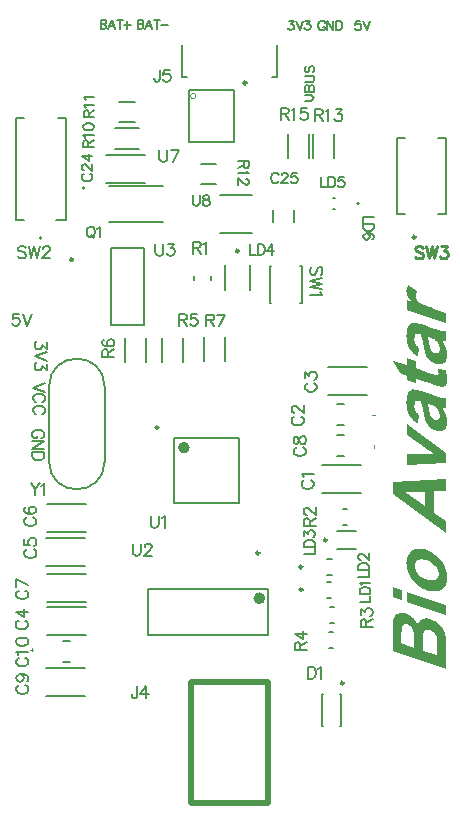
<source format=gto>
G04*
G04 #@! TF.GenerationSoftware,Altium Limited,Altium Designer,19.0.15 (446)*
G04*
G04 Layer_Color=65535*
%FSLAX44Y44*%
%MOMM*%
G71*
G01*
G75*
%ADD10C,0.0000*%
%ADD11C,0.2000*%
%ADD12C,0.2500*%
%ADD13C,0.1270*%
%ADD14C,0.5000*%
%ADD15C,0.1524*%
%ADD16C,0.2540*%
%ADD17C,0.1778*%
%ADD18C,0.2032*%
G36*
X307143Y381795D02*
X307078Y381729D01*
X306946Y381532D01*
X306683Y381137D01*
X306419Y380676D01*
X306156Y380149D01*
X305893Y379557D01*
X305761Y378898D01*
X305695Y378174D01*
Y377845D01*
X305761Y377516D01*
X305827Y377055D01*
X305958Y376528D01*
X306156Y376002D01*
X306419Y375343D01*
X306749Y374751D01*
X306814Y374685D01*
X306946Y374487D01*
X307209Y374158D01*
X307604Y373763D01*
X308065Y373302D01*
X308724Y372710D01*
X309514Y372117D01*
X310435Y371525D01*
X310567Y371459D01*
X310765Y371393D01*
X310962Y371261D01*
X311291Y371064D01*
X311686Y370866D01*
X312213Y370669D01*
X312806Y370405D01*
X313464Y370076D01*
X314320Y369747D01*
X315176Y369352D01*
X316229Y368957D01*
X317348Y368562D01*
X318599Y368101D01*
X319982Y367574D01*
X321496Y367048D01*
X331635Y363624D01*
Y354868D01*
X298585Y366060D01*
Y374158D01*
X303325Y372578D01*
X303259Y372644D01*
X303193Y372710D01*
X302798Y373105D01*
X302206Y373697D01*
X301482Y374422D01*
X300757Y375277D01*
X300033Y376133D01*
X299375Y376989D01*
X298914Y377779D01*
X298848Y377845D01*
X298716Y378108D01*
X298585Y378569D01*
X298387Y379096D01*
X298190Y379688D01*
X297992Y380413D01*
X297926Y381137D01*
X297861Y381927D01*
Y382453D01*
X297926Y382980D01*
X298058Y383704D01*
X298256Y384495D01*
X298585Y385350D01*
X298980Y386206D01*
X299572Y387062D01*
X307143Y381795D01*
D02*
G37*
G36*
X304115Y355263D02*
X304576D01*
X305037Y355197D01*
X305629Y355065D01*
X306288Y355000D01*
X307012Y354802D01*
X307802Y354605D01*
X308658Y354407D01*
X309580Y354078D01*
X310633Y353749D01*
X320838Y350193D01*
X320903D01*
X321035Y350128D01*
X321233Y350062D01*
X321562Y349930D01*
X322352Y349667D01*
X323274Y349403D01*
X324327Y349074D01*
X325380Y348811D01*
X326434Y348548D01*
X327290Y348350D01*
X327355D01*
X327619D01*
X328080Y348284D01*
X328606D01*
X329265D01*
X329989D01*
X330779Y348350D01*
X331635Y348482D01*
Y339857D01*
X331569D01*
X331503D01*
X331240D01*
X330976D01*
X330647D01*
X330186D01*
X329660D01*
X329067D01*
X329001D01*
X328936D01*
X328672Y339923D01*
X328343D01*
X328080D01*
X328145Y339791D01*
X328409Y339396D01*
X328804Y338804D01*
X329265Y338079D01*
X329791Y337158D01*
X330384Y336170D01*
X330845Y335117D01*
X331306Y333998D01*
X331371Y333866D01*
X331437Y333471D01*
X331635Y332944D01*
X331832Y332220D01*
X332030Y331298D01*
X332161Y330311D01*
X332293Y329257D01*
X332359Y328204D01*
Y327743D01*
X332293Y327348D01*
Y326953D01*
X332227Y326492D01*
X332030Y325373D01*
X331701Y324188D01*
X331240Y323003D01*
X330582Y321950D01*
X330121Y321423D01*
X329660Y321028D01*
X329528Y320962D01*
X329133Y320765D01*
X328540Y320501D01*
X327751Y320238D01*
X326763Y320040D01*
X325578Y319974D01*
X324195Y320106D01*
X323471Y320238D01*
X322681Y320501D01*
X322549Y320567D01*
X322220Y320699D01*
X321693Y320896D01*
X321035Y321225D01*
X320245Y321620D01*
X319455Y322147D01*
X318599Y322740D01*
X317743Y323464D01*
X317612Y323530D01*
X317348Y323859D01*
X316953Y324254D01*
X316492Y324846D01*
X315966Y325570D01*
X315373Y326426D01*
X314846Y327348D01*
X314386Y328401D01*
Y328467D01*
X314320Y328533D01*
X314188Y328928D01*
X313991Y329521D01*
X313661Y330443D01*
X313332Y331496D01*
X313003Y332813D01*
X312674Y334327D01*
X312345Y336039D01*
Y336104D01*
X312279Y336302D01*
X312213Y336631D01*
X312147Y337092D01*
X312081Y337619D01*
X311950Y338277D01*
X311621Y339660D01*
X311291Y341174D01*
X310962Y342688D01*
X310567Y344071D01*
X310370Y344729D01*
X310172Y345256D01*
X309316Y345585D01*
X309184Y345651D01*
X308921Y345717D01*
X308460Y345782D01*
X307868Y345914D01*
X307275Y345980D01*
X306683Y345914D01*
X306156Y345782D01*
X305695Y345519D01*
X305629Y345453D01*
X305498Y345322D01*
X305366Y345058D01*
X305103Y344663D01*
X304905Y344071D01*
X304773Y343346D01*
X304642Y342359D01*
X304576Y341174D01*
Y340779D01*
X304642Y340384D01*
X304708Y339791D01*
X304839Y339199D01*
X304971Y338540D01*
X305234Y337882D01*
X305564Y337224D01*
X305629Y337158D01*
X305761Y336960D01*
X305958Y336631D01*
X306288Y336170D01*
X306749Y335709D01*
X307341Y335117D01*
X307999Y334524D01*
X308790Y333932D01*
X307341Y326624D01*
X307275Y326690D01*
X307144Y326756D01*
X306880Y326953D01*
X306551Y327151D01*
X306156Y327414D01*
X305695Y327809D01*
X304642Y328599D01*
X303522Y329652D01*
X302337Y330838D01*
X301218Y332220D01*
X300231Y333669D01*
Y333734D01*
X300099Y333866D01*
X300033Y334063D01*
X299836Y334393D01*
X299704Y334788D01*
X299506Y335314D01*
X299243Y335841D01*
X299046Y336499D01*
X298848Y337224D01*
X298585Y338014D01*
X298387Y338870D01*
X298256Y339791D01*
X297992Y341832D01*
X297861Y344137D01*
Y345124D01*
X297926Y345585D01*
Y346112D01*
X298058Y347363D01*
X298190Y348745D01*
X298453Y350062D01*
X298848Y351313D01*
X299046Y351905D01*
X299309Y352366D01*
X299375Y352498D01*
X299572Y352761D01*
X299836Y353156D01*
X300231Y353617D01*
X300757Y354144D01*
X301350Y354605D01*
X302074Y355000D01*
X302798Y355263D01*
X302930D01*
X303193Y355329D01*
X303786D01*
X304115Y355263D01*
D02*
G37*
G36*
X305564Y322608D02*
Y316617D01*
X318928Y312074D01*
X318994D01*
X319126Y312008D01*
X319323Y311942D01*
X319587Y311877D01*
X320245Y311679D01*
X321035Y311416D01*
X321825Y311152D01*
X322615Y310955D01*
X323208Y310757D01*
X323471Y310691D01*
X323603D01*
X323734D01*
X323998D01*
X324327Y310823D01*
X324722Y311086D01*
X324788Y311152D01*
X324920Y311416D01*
X325051Y311811D01*
X325117Y312403D01*
Y312666D01*
X325051Y312930D01*
X324985Y313325D01*
X324920Y313917D01*
X324788Y314576D01*
X324590Y315300D01*
X324327Y316222D01*
X331108Y314708D01*
Y314642D01*
X331174Y314576D01*
X331240Y314378D01*
X331306Y314115D01*
X331503Y313391D01*
X331701Y312469D01*
X331964Y311350D01*
X332161Y310099D01*
X332293Y308716D01*
X332359Y307334D01*
Y306939D01*
X332293Y306478D01*
X332227Y305951D01*
X332161Y305293D01*
X332030Y304634D01*
X331832Y303976D01*
X331569Y303318D01*
X331503Y303252D01*
X331437Y303054D01*
X331240Y302791D01*
X331042Y302462D01*
X330384Y301738D01*
X329989Y301408D01*
X329528Y301211D01*
X329462D01*
X329265Y301145D01*
X329001Y301079D01*
X328606Y301013D01*
X328145D01*
X327553D01*
X326895D01*
X326170Y301145D01*
X326105D01*
X325841Y301211D01*
X325446Y301343D01*
X324788Y301474D01*
X323932Y301738D01*
X322879Y302067D01*
X322286Y302264D01*
X321562Y302462D01*
X320838Y302725D01*
X319982Y302988D01*
X305564Y307860D01*
Y303844D01*
X298585Y306215D01*
Y310231D01*
X292001Y312469D01*
X286866Y323003D01*
X298585Y318987D01*
Y324978D01*
X305564Y322608D01*
D02*
G37*
G36*
X304115Y298643D02*
X304576D01*
X305037Y298577D01*
X305629Y298446D01*
X306288Y298380D01*
X307012Y298182D01*
X307802Y297985D01*
X308658Y297787D01*
X309580Y297458D01*
X310633Y297129D01*
X320838Y293574D01*
X320903D01*
X321035Y293508D01*
X321233Y293442D01*
X321562Y293311D01*
X322352Y293047D01*
X323274Y292784D01*
X324327Y292455D01*
X325380Y292191D01*
X326434Y291928D01*
X327290Y291730D01*
X327355D01*
X327619D01*
X328080Y291665D01*
X328606D01*
X329265D01*
X329989D01*
X330779Y291730D01*
X331635Y291862D01*
Y283237D01*
X331569D01*
X331503D01*
X331240D01*
X330976D01*
X330647D01*
X330186D01*
X329660D01*
X329067D01*
X329001D01*
X328936D01*
X328672Y283303D01*
X328343D01*
X328080D01*
X328145Y283172D01*
X328409Y282777D01*
X328804Y282184D01*
X329265Y281460D01*
X329791Y280538D01*
X330384Y279551D01*
X330845Y278497D01*
X331306Y277378D01*
X331371Y277246D01*
X331437Y276851D01*
X331635Y276325D01*
X331832Y275600D01*
X332030Y274679D01*
X332161Y273691D01*
X332293Y272638D01*
X332359Y271584D01*
Y271124D01*
X332293Y270728D01*
Y270333D01*
X332227Y269873D01*
X332030Y268753D01*
X331701Y267568D01*
X331240Y266383D01*
X330582Y265330D01*
X330121Y264803D01*
X329660Y264408D01*
X329528Y264342D01*
X329133Y264145D01*
X328540Y263881D01*
X327751Y263618D01*
X326763Y263421D01*
X325578Y263355D01*
X324195Y263486D01*
X323471Y263618D01*
X322681Y263881D01*
X322549Y263947D01*
X322220Y264079D01*
X321693Y264277D01*
X321035Y264606D01*
X320245Y265001D01*
X319455Y265527D01*
X318599Y266120D01*
X317743Y266844D01*
X317612Y266910D01*
X317348Y267239D01*
X316953Y267634D01*
X316492Y268227D01*
X315966Y268951D01*
X315373Y269807D01*
X314846Y270728D01*
X314386Y271782D01*
Y271848D01*
X314320Y271914D01*
X314188Y272309D01*
X313991Y272901D01*
X313661Y273823D01*
X313332Y274876D01*
X313003Y276193D01*
X312674Y277707D01*
X312345Y279419D01*
Y279485D01*
X312279Y279682D01*
X312213Y280012D01*
X312147Y280472D01*
X312081Y280999D01*
X311950Y281657D01*
X311621Y283040D01*
X311291Y284554D01*
X310962Y286068D01*
X310567Y287451D01*
X310370Y288109D01*
X310172Y288636D01*
X309316Y288965D01*
X309184Y289031D01*
X308921Y289097D01*
X308460Y289163D01*
X307868Y289294D01*
X307275Y289360D01*
X306683Y289294D01*
X306156Y289163D01*
X305695Y288899D01*
X305629Y288834D01*
X305498Y288702D01*
X305366Y288439D01*
X305103Y288044D01*
X304905Y287451D01*
X304773Y286727D01*
X304642Y285739D01*
X304576Y284554D01*
Y284159D01*
X304642Y283764D01*
X304708Y283172D01*
X304839Y282579D01*
X304971Y281921D01*
X305234Y281262D01*
X305564Y280604D01*
X305629Y280538D01*
X305761Y280341D01*
X305958Y280012D01*
X306288Y279551D01*
X306749Y279090D01*
X307341Y278497D01*
X307999Y277905D01*
X308790Y277312D01*
X307341Y270004D01*
X307275Y270070D01*
X307144Y270136D01*
X306880Y270333D01*
X306551Y270531D01*
X306156Y270794D01*
X305695Y271189D01*
X304642Y271979D01*
X303522Y273033D01*
X302337Y274218D01*
X301218Y275600D01*
X300231Y277049D01*
Y277115D01*
X300099Y277246D01*
X300033Y277444D01*
X299836Y277773D01*
X299704Y278168D01*
X299506Y278695D01*
X299243Y279221D01*
X299046Y279880D01*
X298848Y280604D01*
X298585Y281394D01*
X298387Y282250D01*
X298256Y283172D01*
X297992Y285213D01*
X297861Y287517D01*
Y288504D01*
X297926Y288965D01*
Y289492D01*
X298058Y290743D01*
X298190Y292125D01*
X298453Y293442D01*
X298848Y294693D01*
X299046Y295286D01*
X299309Y295746D01*
X299375Y295878D01*
X299572Y296141D01*
X299836Y296537D01*
X300231Y296997D01*
X300757Y297524D01*
X301350Y297985D01*
X302074Y298380D01*
X302798Y298643D01*
X302930D01*
X303193Y298709D01*
X303786D01*
X304115Y298643D01*
D02*
G37*
G36*
X331635Y244657D02*
Y236757D01*
X298585Y234716D01*
Y243867D01*
X315505Y244328D01*
X321101Y244196D01*
X321035Y244262D01*
X320772Y244460D01*
X320377Y244657D01*
X319982Y244986D01*
X318994Y245645D01*
X318599Y245908D01*
X318270Y246105D01*
X318204Y246171D01*
X318007Y246237D01*
X317743Y246435D01*
X317414Y246698D01*
X316492Y247291D01*
X315505Y248015D01*
X298585Y260063D01*
Y269017D01*
X331635Y244657D01*
D02*
G37*
G36*
Y212990D02*
X321298Y212595D01*
Y194226D01*
X331635Y186984D01*
Y177240D01*
X286076Y210422D01*
Y220100D01*
X331635Y222931D01*
Y212990D01*
D02*
G37*
G36*
X311160Y163810D02*
X312345Y163612D01*
X313661Y163283D01*
X315044Y162888D01*
X315110D01*
X315373Y162756D01*
X315768Y162624D01*
X316295Y162427D01*
X316953Y162098D01*
X317677Y161769D01*
X318533Y161308D01*
X319389Y160847D01*
X320377Y160254D01*
X321364Y159596D01*
X322418Y158872D01*
X323471Y158016D01*
X324524Y157094D01*
X325512Y156107D01*
X326500Y155053D01*
X327487Y153868D01*
X327553Y153802D01*
X327685Y153605D01*
X327948Y153210D01*
X328277Y152749D01*
X328606Y152156D01*
X329001Y151432D01*
X329462Y150576D01*
X329923Y149720D01*
X330384Y148667D01*
X330845Y147614D01*
X331240Y146494D01*
X331569Y145244D01*
X331898Y143993D01*
X332161Y142676D01*
X332293Y141359D01*
X332359Y139977D01*
Y139516D01*
X332293Y139187D01*
Y138792D01*
X332227Y138331D01*
X332096Y137277D01*
X331832Y136026D01*
X331503Y134710D01*
X330976Y133327D01*
X330318Y132010D01*
Y131945D01*
X330252Y131879D01*
X329923Y131484D01*
X329462Y130891D01*
X328804Y130233D01*
X327948Y129509D01*
X326895Y128784D01*
X325709Y128192D01*
X324327Y127797D01*
X324261D01*
X324129D01*
X323932Y127731D01*
X323603D01*
X323208Y127665D01*
X322747D01*
X322220D01*
X321628D01*
X320969D01*
X320245Y127731D01*
X318599Y127928D01*
X316690Y128323D01*
X314649Y128916D01*
X314583D01*
X314451Y128982D01*
X314188Y129114D01*
X313925Y129179D01*
X313530Y129377D01*
X313069Y129574D01*
X311950Y130101D01*
X310699Y130825D01*
X309316Y131681D01*
X307802Y132735D01*
X306288Y133920D01*
X306222Y133986D01*
X306090Y134051D01*
X305893Y134249D01*
X305629Y134578D01*
X305300Y134907D01*
X304905Y135302D01*
X303983Y136290D01*
X302996Y137475D01*
X301942Y138923D01*
X300955Y140437D01*
X300033Y142149D01*
Y142215D01*
X299967Y142347D01*
X299836Y142610D01*
X299704Y142939D01*
X299506Y143400D01*
X299375Y143861D01*
X299177Y144453D01*
X298914Y145112D01*
X298519Y146494D01*
X298190Y148140D01*
X297926Y149852D01*
X297861Y151630D01*
Y152354D01*
X297926Y152881D01*
X297992Y153473D01*
X298124Y154197D01*
X298256Y154922D01*
X298453Y155777D01*
X298716Y156633D01*
X299046Y157555D01*
X299441Y158411D01*
X299902Y159267D01*
X300494Y160123D01*
X301152Y160913D01*
X301877Y161637D01*
X302733Y162295D01*
X302798Y162361D01*
X302930Y162427D01*
X303259Y162559D01*
X303588Y162756D01*
X304115Y162954D01*
X304642Y163151D01*
X305366Y163349D01*
X306090Y163546D01*
X306946Y163744D01*
X307868Y163810D01*
X308921Y163875D01*
X309974D01*
X311160Y163810D01*
D02*
G37*
G36*
X294174Y128916D02*
Y120160D01*
X286076Y122925D01*
Y131681D01*
X294174Y128916D01*
D02*
G37*
G36*
X331635Y116209D02*
Y107453D01*
X298585Y118645D01*
Y127402D01*
X331635Y116209D01*
D02*
G37*
G36*
X295490Y109560D02*
X296544Y109428D01*
X297597Y109099D01*
X297663D01*
X297729Y109033D01*
X298124Y108902D01*
X298716Y108638D01*
X299506Y108243D01*
X300428Y107717D01*
X301416Y107058D01*
X302403Y106268D01*
X303457Y105346D01*
X303588Y105215D01*
X303918Y104886D01*
X304378Y104359D01*
X304971Y103635D01*
X305564Y102713D01*
X306288Y101725D01*
X306880Y100606D01*
X307473Y99355D01*
Y99421D01*
X307539Y99553D01*
X307604Y99684D01*
X307670Y99948D01*
X307999Y100606D01*
X308460Y101396D01*
X308987Y102186D01*
X309711Y103042D01*
X310567Y103766D01*
X311621Y104293D01*
X311752Y104359D01*
X312147Y104491D01*
X312740Y104622D01*
X313530Y104754D01*
X314583Y104820D01*
X315702D01*
X317019Y104622D01*
X318468Y104227D01*
X318533D01*
X318599Y104161D01*
X318994Y104030D01*
X319587Y103766D01*
X320377Y103371D01*
X321298Y102910D01*
X322352Y102318D01*
X323405Y101528D01*
X324524Y100672D01*
X324656Y100540D01*
X324985Y100277D01*
X325512Y99750D01*
X326170Y99092D01*
X326960Y98236D01*
X327685Y97314D01*
X328475Y96261D01*
X329199Y95142D01*
Y95076D01*
X329265Y95010D01*
X329462Y94615D01*
X329791Y93957D01*
X330121Y93101D01*
X330516Y92113D01*
X330845Y90928D01*
X331174Y89677D01*
X331371Y88295D01*
Y88031D01*
X331437Y87768D01*
Y87110D01*
X331503Y86583D01*
Y85332D01*
X331569Y84542D01*
Y82567D01*
X331635Y81382D01*
Y61631D01*
X286076Y77102D01*
Y97117D01*
X286142Y98302D01*
X286208Y99553D01*
X286273Y100870D01*
X286405Y102120D01*
X286471Y102647D01*
X286537Y103174D01*
Y103306D01*
X286602Y103569D01*
X286734Y104030D01*
X286932Y104622D01*
X287195Y105281D01*
X287524Y105939D01*
X287919Y106597D01*
X288446Y107256D01*
X288512Y107322D01*
X288709Y107519D01*
X289038Y107782D01*
X289433Y108177D01*
X290026Y108507D01*
X290684Y108902D01*
X291409Y109231D01*
X292264Y109494D01*
X292396D01*
X292659Y109560D01*
X293186Y109626D01*
X293845Y109692D01*
X294635D01*
X295490Y109560D01*
D02*
G37*
G36*
X271297Y250293D02*
X272667D01*
Y249717D01*
X271297D01*
Y248332D01*
X270713D01*
Y249717D01*
X269343D01*
Y250293D01*
X270713D01*
Y251664D01*
X271297D01*
Y250293D01*
D02*
G37*
G36*
X270743Y276591D02*
X272114D01*
Y276015D01*
X270743D01*
Y274630D01*
X270160D01*
Y276015D01*
X268790D01*
Y276591D01*
X270160D01*
Y277962D01*
X270743D01*
Y276591D01*
D02*
G37*
G36*
X-18540Y77990D02*
X-17169D01*
Y77414D01*
X-18540D01*
Y76043D01*
X-19123D01*
Y77414D01*
X-20494D01*
Y77990D01*
X-19123D01*
Y79374D01*
X-18540D01*
Y77990D01*
D02*
G37*
%LPC*%
G36*
X315834Y343346D02*
Y343281D01*
X315966Y343017D01*
X316031Y342556D01*
X316229Y341964D01*
X316427Y341108D01*
X316690Y340121D01*
X316953Y338935D01*
X317217Y337553D01*
Y337355D01*
X317282Y337158D01*
X317348Y336894D01*
X317480Y336236D01*
X317677Y335446D01*
X317875Y334590D01*
X318138Y333669D01*
X318468Y332878D01*
X318731Y332286D01*
X318797Y332220D01*
X318928Y331957D01*
X319192Y331562D01*
X319521Y331167D01*
X319982Y330706D01*
X320508Y330245D01*
X321101Y329850D01*
X321759Y329587D01*
X321825D01*
X322089Y329521D01*
X322418Y329455D01*
X322813Y329389D01*
X323339D01*
X323866Y329455D01*
X324393Y329587D01*
X324920Y329850D01*
X324985Y329916D01*
X325117Y330047D01*
X325314Y330245D01*
X325578Y330574D01*
X325841Y330969D01*
X326039Y331496D01*
X326170Y332154D01*
X326236Y332878D01*
Y333274D01*
X326170Y333800D01*
X326039Y334393D01*
X325841Y335183D01*
X325578Y336039D01*
X325249Y336960D01*
X324722Y337948D01*
X324656Y338014D01*
X324524Y338277D01*
X324261Y338606D01*
X323932Y339067D01*
X323471Y339528D01*
X323010Y340055D01*
X322418Y340516D01*
X321825Y340976D01*
X321759Y341042D01*
X321628Y341108D01*
X321298Y341240D01*
X320903Y341503D01*
X320311Y341701D01*
X319587Y342030D01*
X318665Y342359D01*
X317612Y342754D01*
X315834Y343346D01*
D02*
G37*
G36*
Y286727D02*
Y286661D01*
X315966Y286398D01*
X316031Y285937D01*
X316229Y285344D01*
X316427Y284488D01*
X316690Y283501D01*
X316953Y282316D01*
X317217Y280933D01*
Y280736D01*
X317282Y280538D01*
X317348Y280275D01*
X317480Y279617D01*
X317677Y278826D01*
X317875Y277971D01*
X318138Y277049D01*
X318468Y276259D01*
X318731Y275666D01*
X318797Y275600D01*
X318928Y275337D01*
X319192Y274942D01*
X319521Y274547D01*
X319982Y274086D01*
X320508Y273625D01*
X321101Y273230D01*
X321759Y272967D01*
X321825D01*
X322089Y272901D01*
X322418Y272835D01*
X322813Y272769D01*
X323339D01*
X323866Y272835D01*
X324393Y272967D01*
X324920Y273230D01*
X324985Y273296D01*
X325117Y273428D01*
X325314Y273625D01*
X325578Y273955D01*
X325841Y274349D01*
X326039Y274876D01*
X326170Y275535D01*
X326236Y276259D01*
Y276654D01*
X326170Y277181D01*
X326039Y277773D01*
X325841Y278563D01*
X325578Y279419D01*
X325249Y280341D01*
X324722Y281328D01*
X324656Y281394D01*
X324524Y281657D01*
X324261Y281987D01*
X323932Y282447D01*
X323471Y282908D01*
X323010Y283435D01*
X322418Y283896D01*
X321825Y284357D01*
X321759Y284422D01*
X321628Y284488D01*
X321298Y284620D01*
X320903Y284883D01*
X320311Y285081D01*
X319587Y285410D01*
X318665Y285739D01*
X317612Y286134D01*
X315834Y286727D01*
D02*
G37*
G36*
X313596Y212200D02*
X296675Y211541D01*
X313596Y199691D01*
Y212200D01*
D02*
G37*
G36*
X311160Y154724D02*
X309909D01*
X308658Y154527D01*
X308131Y154395D01*
X307604Y154131D01*
X307473Y154066D01*
X307209Y153868D01*
X306749Y153539D01*
X306288Y153012D01*
X305827Y152354D01*
X305366Y151498D01*
X305103Y150445D01*
X304971Y149260D01*
Y148930D01*
X305037Y148667D01*
X305103Y148009D01*
X305300Y147153D01*
X305629Y146165D01*
X306090Y144980D01*
X306749Y143795D01*
X307604Y142610D01*
Y142544D01*
X307736Y142478D01*
X308065Y142083D01*
X308724Y141491D01*
X309514Y140767D01*
X310567Y139977D01*
X311884Y139187D01*
X313398Y138397D01*
X315110Y137738D01*
X315176D01*
X315307Y137672D01*
X315571Y137606D01*
X315900Y137475D01*
X316361Y137409D01*
X316822Y137277D01*
X317875Y137080D01*
X319126Y136948D01*
X320377Y136882D01*
X321628Y137080D01*
X322154Y137212D01*
X322681Y137475D01*
X322813Y137541D01*
X323076Y137738D01*
X323471Y138133D01*
X323932Y138660D01*
X324459Y139318D01*
X324854Y140174D01*
X325117Y141228D01*
X325249Y142413D01*
Y142742D01*
X325183Y143005D01*
X325117Y143664D01*
X324920Y144519D01*
X324590Y145507D01*
X324195Y146626D01*
X323537Y147811D01*
X322681Y148996D01*
Y149062D01*
X322549Y149128D01*
X322220Y149523D01*
X321562Y150115D01*
X320772Y150840D01*
X319653Y151630D01*
X318402Y152420D01*
X316822Y153210D01*
X315110Y153934D01*
X315044D01*
X314912Y154000D01*
X314649Y154066D01*
X314320Y154197D01*
X313925Y154263D01*
X313398Y154395D01*
X312345Y154592D01*
X311160Y154724D01*
D02*
G37*
G36*
X297071Y100014D02*
X296544D01*
X295951Y99882D01*
X295425Y99684D01*
X295359Y99619D01*
X295227Y99553D01*
X294964Y99355D01*
X294700Y99026D01*
X294437Y98631D01*
X294174Y98170D01*
X293976Y97512D01*
X293845Y96788D01*
Y96722D01*
X293779Y96459D01*
Y95734D01*
X293713Y95339D01*
Y93693D01*
X293647Y92969D01*
Y83752D01*
X304181Y80131D01*
Y89019D01*
X304115Y90138D01*
Y92179D01*
X304049Y92574D01*
Y92969D01*
X303983Y93232D01*
X303918Y93693D01*
X303720Y94286D01*
X303522Y95010D01*
X303259Y95668D01*
X302930Y96393D01*
X302469Y97117D01*
X302403Y97183D01*
X302206Y97380D01*
X301942Y97709D01*
X301482Y98104D01*
X300955Y98499D01*
X300362Y98960D01*
X299638Y99355D01*
X298848Y99684D01*
X298782D01*
X298519Y99816D01*
X298124Y99882D01*
X297597Y99948D01*
X297071Y100014D01*
D02*
G37*
G36*
X316229Y95273D02*
X315702D01*
X315110Y95208D01*
X314517Y95076D01*
X314451D01*
X314254Y94944D01*
X313991Y94813D01*
X313727Y94615D01*
X313332Y94286D01*
X313003Y93957D01*
X312674Y93496D01*
X312411Y92903D01*
Y92837D01*
X312279Y92574D01*
X312213Y92047D01*
X312147Y91718D01*
X312081Y91323D01*
X312015Y90796D01*
X311950Y90270D01*
X311884Y89612D01*
Y88887D01*
X311818Y88031D01*
X311752Y87110D01*
Y77563D01*
X323932Y73416D01*
Y83554D01*
X323866Y84608D01*
Y85661D01*
X323800Y86715D01*
X323734Y87636D01*
Y87965D01*
X323669Y88295D01*
Y88426D01*
X323603Y88690D01*
X323471Y89085D01*
X323339Y89612D01*
X323076Y90270D01*
X322747Y90928D01*
X322352Y91652D01*
X321891Y92311D01*
X321825Y92377D01*
X321628Y92574D01*
X321298Y92903D01*
X320838Y93298D01*
X320311Y93693D01*
X319653Y94154D01*
X318862Y94549D01*
X318007Y94878D01*
X317941D01*
X317677Y95010D01*
X317282Y95076D01*
X316822Y95208D01*
X316229Y95273D01*
D02*
G37*
%LPD*%
D10*
X119600Y546991D02*
G03*
X119600Y546991I-2236J0D01*
G01*
D11*
X25459Y469441D02*
G03*
X25459Y469441I-1000J0D01*
G01*
X257816Y456047D02*
G03*
X257816Y456047I-1000J0D01*
G01*
X-11071Y426811D02*
G03*
X-11071Y426811I-1000J0D01*
G01*
X43534Y473683D02*
X76595D01*
X43534Y497245D02*
X76595D01*
X47538Y418164D02*
X76038D01*
Y353165D02*
Y418164D01*
X47538Y353165D02*
X76038D01*
X47538D02*
Y418164D01*
X289891Y447304D02*
Y511804D01*
X324641Y447304D02*
X331590D01*
X289891D02*
X296841D01*
X331590D02*
Y511804D01*
X324641D02*
X331590D01*
X289891D02*
X296841D01*
X183661Y563167D02*
X188361D01*
X107461D02*
X112161D01*
X107461D02*
Y589916D01*
X188361Y563167D02*
Y589916D01*
X144135Y383151D02*
Y404151D01*
X165135Y383151D02*
Y404151D01*
X239149Y179165D02*
X255148D01*
X239149Y163165D02*
X255148D01*
X230992Y155167D02*
X234492D01*
X230992Y141668D02*
X234492D01*
X230904Y122446D02*
X234405D01*
X230904Y135945D02*
X234405D01*
X239343Y260016D02*
X245343D01*
X239343Y242015D02*
X245343D01*
X238789Y286314D02*
X244789D01*
X238789Y268313D02*
X244789D01*
X-6766Y201558D02*
X26296D01*
X-6766Y177996D02*
X26296D01*
X-7115Y173114D02*
X25947D01*
X-7115Y149552D02*
X25947D01*
X226238Y210977D02*
X259300D01*
X226238Y234538D02*
X259300D01*
X231285Y317708D02*
X264347D01*
X231285Y294146D02*
X264347D01*
X-6565Y141957D02*
X26497D01*
X-6565Y118395D02*
X26497D01*
X-6384Y114449D02*
X26678D01*
X-6384Y90887D02*
X26678D01*
X180810Y90850D02*
Y129310D01*
X78810Y90850D02*
X180810D01*
X78810D02*
Y129310D01*
X180810D01*
X226425Y40996D02*
X227225D01*
X226425Y14096D02*
Y40996D01*
Y14096D02*
X227225D01*
X241625Y40996D02*
X242425D01*
Y14096D02*
Y40996D01*
X241625Y14096D02*
X242425D01*
X6830Y85691D02*
X12830D01*
X6830Y67691D02*
X12830D01*
X-7238Y62421D02*
X25824D01*
X-7238Y38859D02*
X25824D01*
X182052Y371561D02*
X183302D01*
X207802D02*
X209052D01*
Y403561D01*
X182052D02*
X183302D01*
X207802D02*
X209052D01*
X182052Y371561D02*
Y403561D01*
X100920Y202860D02*
Y257860D01*
Y202860D02*
X155920D01*
Y257860D01*
X100920D02*
X155920D01*
X88553Y501411D02*
Y494156D01*
X89036Y492704D01*
X90004Y491737D01*
X91455Y491253D01*
X92422D01*
X93873Y491737D01*
X94841Y492704D01*
X95324Y494156D01*
Y501411D01*
X104902D02*
X100065Y491253D01*
X98130Y501411D02*
X104902D01*
X116893Y462912D02*
Y456563D01*
X117316Y455293D01*
X118163Y454447D01*
X119433Y454024D01*
X120279D01*
X121549Y454447D01*
X122395Y455293D01*
X122818Y456563D01*
Y462912D01*
X127389D02*
X126120Y462488D01*
X125696Y461642D01*
Y460795D01*
X126120Y459949D01*
X126966Y459526D01*
X128659Y459102D01*
X129929Y458679D01*
X130775Y457833D01*
X131199Y456986D01*
Y455716D01*
X130775Y454870D01*
X130352Y454447D01*
X129082Y454024D01*
X127389D01*
X126120Y454447D01*
X125696Y454870D01*
X125273Y455716D01*
Y456986D01*
X125696Y457833D01*
X126543Y458679D01*
X127813Y459102D01*
X129506Y459526D01*
X130352Y459949D01*
X130775Y460795D01*
Y461642D01*
X130352Y462488D01*
X129082Y462912D01*
X127389D01*
X29752Y436526D02*
X28905Y436103D01*
X28059Y435256D01*
X27635Y434410D01*
X27212Y433140D01*
Y431024D01*
X27635Y429754D01*
X28059Y428907D01*
X28905Y428061D01*
X29752Y427638D01*
X31444D01*
X32291Y428061D01*
X33137Y428907D01*
X33561Y429754D01*
X33984Y431024D01*
Y433140D01*
X33561Y434410D01*
X33137Y435256D01*
X32291Y436103D01*
X31444Y436526D01*
X29752D01*
X31021Y429331D02*
X33561Y426791D01*
X36058Y434833D02*
X36904Y435256D01*
X38174Y436526D01*
Y427638D01*
X24717Y529271D02*
X33605D01*
X24717D02*
Y533080D01*
X25140Y534350D01*
X25564Y534773D01*
X26410Y535197D01*
X27257D01*
X28103Y534773D01*
X28526Y534350D01*
X28949Y533080D01*
Y529271D01*
Y532234D02*
X33605Y535197D01*
X26410Y537186D02*
X25987Y538032D01*
X24717Y539302D01*
X33605D01*
X26410Y543704D02*
X25987Y544550D01*
X24717Y545820D01*
X33605D01*
X85392Y422192D02*
Y414936D01*
X85876Y413485D01*
X86843Y412518D01*
X88294Y412034D01*
X89262D01*
X90713Y412518D01*
X91680Y413485D01*
X92164Y414936D01*
Y422192D01*
X95937D02*
X101257D01*
X98355Y418322D01*
X99806D01*
X100774Y417839D01*
X101257Y417355D01*
X101741Y415904D01*
Y414936D01*
X101257Y413485D01*
X100290Y412518D01*
X98839Y412034D01*
X97388D01*
X95937Y412518D01*
X95453Y413001D01*
X94969Y413969D01*
X-24368Y418457D02*
X-25336Y419425D01*
X-26787Y419908D01*
X-28722D01*
X-30173Y419425D01*
X-31140Y418457D01*
Y417490D01*
X-30656Y416522D01*
X-30173Y416039D01*
X-29205Y415555D01*
X-26303Y414588D01*
X-25336Y414104D01*
X-24852Y413620D01*
X-24368Y412653D01*
Y411202D01*
X-25336Y410234D01*
X-26787Y409751D01*
X-28722D01*
X-30173Y410234D01*
X-31140Y411202D01*
X-22095Y419908D02*
X-19676Y409751D01*
X-17258Y419908D02*
X-19676Y409751D01*
X-17258Y419908D02*
X-14839Y409751D01*
X-12421Y419908D02*
X-14839Y409751D01*
X-9905Y417490D02*
Y417974D01*
X-9422Y418941D01*
X-8938Y419425D01*
X-7971Y419908D01*
X-6036D01*
X-5068Y419425D01*
X-4585Y418941D01*
X-4101Y417974D01*
Y417006D01*
X-4585Y416039D01*
X-5552Y414588D01*
X-10389Y409751D01*
X-3617D01*
X191522Y536955D02*
Y526797D01*
Y536955D02*
X195875D01*
X197327Y536471D01*
X197810Y535988D01*
X198294Y535020D01*
Y534053D01*
X197810Y533085D01*
X197327Y532602D01*
X195875Y532118D01*
X191522D01*
X194908D02*
X198294Y526797D01*
X200567Y535020D02*
X201535Y535504D01*
X202986Y536955D01*
Y526797D01*
X213821Y536955D02*
X208984D01*
X208500Y532602D01*
X208984Y533085D01*
X210435Y533569D01*
X211886D01*
X213337Y533085D01*
X214305Y532118D01*
X214788Y530667D01*
Y529700D01*
X214305Y528248D01*
X213337Y527281D01*
X211886Y526797D01*
X210435D01*
X208984Y527281D01*
X208500Y527765D01*
X208016Y528732D01*
X220348Y535946D02*
Y525788D01*
Y535946D02*
X224701D01*
X226152Y535462D01*
X226636Y534978D01*
X227120Y534011D01*
Y533044D01*
X226636Y532076D01*
X226152Y531592D01*
X224701Y531109D01*
X220348D01*
X223734D02*
X227120Y525788D01*
X229393Y534011D02*
X230361Y534495D01*
X231812Y535946D01*
Y525788D01*
X237810Y535946D02*
X243130D01*
X240228Y532076D01*
X241679D01*
X242647Y531592D01*
X243130Y531109D01*
X243614Y529658D01*
Y528690D01*
X243130Y527239D01*
X242163Y526272D01*
X240712Y525788D01*
X239261D01*
X237810Y526272D01*
X237326Y526755D01*
X236842Y527723D01*
X164333Y491750D02*
X155444D01*
X164333D02*
Y487941D01*
X163909Y486671D01*
X163486Y486248D01*
X162640Y485825D01*
X161793D01*
X160947Y486248D01*
X160523Y486671D01*
X160100Y487941D01*
Y491750D01*
Y488788D02*
X155444Y485825D01*
X162640Y483836D02*
X163063Y482989D01*
X164333Y481720D01*
X155444D01*
X162216Y476894D02*
X162640D01*
X163486Y476471D01*
X163909Y476048D01*
X164333Y475202D01*
Y473509D01*
X163909Y472662D01*
X163486Y472239D01*
X162640Y471816D01*
X161793D01*
X160947Y472239D01*
X159677Y473085D01*
X155444Y477318D01*
Y471392D01*
X24305Y503708D02*
X33193D01*
X24305D02*
Y507517D01*
X24728Y508787D01*
X25151Y509210D01*
X25998Y509633D01*
X26844D01*
X27691Y509210D01*
X28114Y508787D01*
X28537Y507517D01*
Y503708D01*
Y506670D02*
X33193Y509633D01*
X25998Y511622D02*
X25575Y512469D01*
X24305Y513739D01*
X33193D01*
X24305Y520680D02*
X24728Y519410D01*
X25998Y518563D01*
X28114Y518140D01*
X29384D01*
X31500Y518563D01*
X32770Y519410D01*
X33193Y520680D01*
Y521526D01*
X32770Y522796D01*
X31500Y523642D01*
X29384Y524066D01*
X28114D01*
X25998Y523642D01*
X24728Y522796D01*
X24305Y521526D01*
Y520680D01*
X270103Y444709D02*
X261215D01*
Y439630D01*
X270103Y438657D02*
X261215D01*
X270103D02*
Y435694D01*
X269680Y434424D01*
X268833Y433578D01*
X267987Y433154D01*
X266717Y432731D01*
X264601D01*
X263331Y433154D01*
X262485Y433578D01*
X261638Y434424D01*
X261215Y435694D01*
Y438657D01*
X268833Y425663D02*
X269680Y426086D01*
X270103Y427356D01*
Y428203D01*
X269680Y429472D01*
X268410Y430319D01*
X266294Y430742D01*
X264178D01*
X262485Y430319D01*
X261638Y429472D01*
X261215Y428203D01*
Y427779D01*
X261638Y426510D01*
X262485Y425663D01*
X263754Y425240D01*
X264178D01*
X265447Y425663D01*
X266294Y426510D01*
X266717Y427779D01*
Y428203D01*
X266294Y429472D01*
X265447Y430319D01*
X264178Y430742D01*
X225692Y478553D02*
Y469664D01*
X230771D01*
X231744Y478553D02*
Y469664D01*
Y478553D02*
X234707D01*
X235977Y478129D01*
X236823Y477283D01*
X237246Y476436D01*
X237670Y475167D01*
Y473050D01*
X237246Y471781D01*
X236823Y470934D01*
X235977Y470088D01*
X234707Y469664D01*
X231744D01*
X244738Y478553D02*
X240505D01*
X240082Y474743D01*
X240505Y475167D01*
X241775Y475590D01*
X243045D01*
X244314Y475167D01*
X245161Y474320D01*
X245584Y473050D01*
Y472204D01*
X245161Y470934D01*
X244314Y470088D01*
X243045Y469664D01*
X241775D01*
X240505Y470088D01*
X240082Y470511D01*
X239659Y471357D01*
X88942Y569412D02*
Y561672D01*
X88459Y560221D01*
X87975Y559738D01*
X87008Y559254D01*
X86040D01*
X85073Y559738D01*
X84589Y560221D01*
X84105Y561672D01*
Y562640D01*
X97359Y569412D02*
X92522D01*
X92038Y565058D01*
X92522Y565542D01*
X93973Y566026D01*
X95424D01*
X96875Y565542D01*
X97843Y564575D01*
X98326Y563124D01*
Y562156D01*
X97843Y560705D01*
X96875Y559738D01*
X95424Y559254D01*
X93973D01*
X92522Y559738D01*
X92038Y560221D01*
X91554Y561189D01*
X189544Y479891D02*
X189121Y480738D01*
X188275Y481584D01*
X187428Y482007D01*
X185735D01*
X184889Y481584D01*
X184042Y480738D01*
X183619Y479891D01*
X183196Y478622D01*
Y476505D01*
X183619Y475236D01*
X184042Y474389D01*
X184889Y473543D01*
X185735Y473119D01*
X187428D01*
X188275Y473543D01*
X189121Y474389D01*
X189544Y475236D01*
X192465Y479891D02*
Y480315D01*
X192888Y481161D01*
X193311Y481584D01*
X194158Y482007D01*
X195851D01*
X196697Y481584D01*
X197120Y481161D01*
X197544Y480315D01*
Y479468D01*
X197120Y478622D01*
X196274Y477352D01*
X192041Y473119D01*
X197967D01*
X205035Y482007D02*
X200803D01*
X200379Y478198D01*
X200803Y478622D01*
X202072Y479045D01*
X203342D01*
X204612Y478622D01*
X205458Y477775D01*
X205882Y476505D01*
Y475659D01*
X205458Y474389D01*
X204612Y473543D01*
X203342Y473119D01*
X202072D01*
X200803Y473543D01*
X200379Y473966D01*
X199956Y474812D01*
X24978Y481400D02*
X24131Y480977D01*
X23285Y480131D01*
X22862Y479284D01*
Y477591D01*
X23285Y476745D01*
X24131Y475898D01*
X24978Y475475D01*
X26248Y475052D01*
X28364D01*
X29634Y475475D01*
X30480Y475898D01*
X31326Y476745D01*
X31750Y477591D01*
Y479284D01*
X31326Y480131D01*
X30480Y480977D01*
X29634Y481400D01*
X24978Y484321D02*
X24555D01*
X23708Y484744D01*
X23285Y485167D01*
X22862Y486014D01*
Y487707D01*
X23285Y488553D01*
X23708Y488976D01*
X24555Y489400D01*
X25401D01*
X26248Y488976D01*
X27517Y488130D01*
X31750Y483897D01*
Y489823D01*
X22862Y496045D02*
X28787Y491812D01*
Y498161D01*
X22862Y496045D02*
X31750D01*
X66248Y167975D02*
Y160719D01*
X66732Y159268D01*
X67699Y158301D01*
X69150Y157817D01*
X70117D01*
X71568Y158301D01*
X72536Y159268D01*
X73020Y160719D01*
Y167975D01*
X76309Y165556D02*
Y166040D01*
X76793Y167007D01*
X77276Y167491D01*
X78244Y167975D01*
X80178D01*
X81146Y167491D01*
X81630Y167007D01*
X82113Y166040D01*
Y165072D01*
X81630Y164105D01*
X80662Y162654D01*
X75825Y157817D01*
X82597D01*
X214225Y63882D02*
Y53724D01*
Y63882D02*
X217611D01*
X219062Y63398D01*
X220030Y62431D01*
X220514Y61464D01*
X220997Y60012D01*
Y57594D01*
X220514Y56143D01*
X220030Y55175D01*
X219062Y54208D01*
X217611Y53724D01*
X214225D01*
X223271Y61947D02*
X224238Y62431D01*
X225689Y63882D01*
Y53724D01*
X-20166Y219226D02*
X-16296Y214389D01*
Y209068D01*
X-12427Y219226D02*
X-16296Y214389D01*
X-11121Y217291D02*
X-10153Y217775D01*
X-8702Y219226D01*
Y209068D01*
X81257Y191779D02*
Y184524D01*
X81741Y183073D01*
X82708Y182105D01*
X84159Y181622D01*
X85126D01*
X86578Y182105D01*
X87545Y183073D01*
X88029Y184524D01*
Y191779D01*
X90834Y189845D02*
X91802Y190328D01*
X93253Y191779D01*
Y181622D01*
X225121Y395322D02*
X226088Y396289D01*
X226572Y397740D01*
Y399675D01*
X226088Y401126D01*
X225121Y402094D01*
X224153D01*
X223186Y401610D01*
X222702Y401126D01*
X222218Y400159D01*
X221251Y397257D01*
X220767Y396289D01*
X220284Y395806D01*
X219316Y395322D01*
X217865D01*
X216898Y396289D01*
X216414Y397740D01*
Y399675D01*
X216898Y401126D01*
X217865Y402094D01*
X226572Y393048D02*
X216414Y390630D01*
X226572Y388211D02*
X216414Y390630D01*
X226572Y388211D02*
X216414Y385793D01*
X226572Y383374D02*
X216414Y385793D01*
X224637Y381343D02*
X225121Y380375D01*
X226572Y378924D01*
X216414D01*
X203185Y78021D02*
X213342D01*
X203185D02*
Y82374D01*
X203668Y83826D01*
X204152Y84309D01*
X205119Y84793D01*
X206087D01*
X207054Y84309D01*
X207538Y83826D01*
X208022Y82374D01*
Y78021D01*
Y81407D02*
X213342Y84793D01*
X203185Y91903D02*
X209956Y87066D01*
Y94322D01*
X203185Y91903D02*
X213342D01*
X259067Y97523D02*
X269224D01*
X259067D02*
Y101876D01*
X259550Y103328D01*
X260034Y103811D01*
X261001Y104295D01*
X261969D01*
X262936Y103811D01*
X263420Y103328D01*
X263904Y101876D01*
Y97523D01*
Y100909D02*
X269224Y104295D01*
X259067Y107536D02*
Y112857D01*
X262936Y109954D01*
Y111405D01*
X263420Y112373D01*
X263904Y112857D01*
X265355Y113340D01*
X266322D01*
X267773Y112857D01*
X268741Y111889D01*
X269224Y110438D01*
Y108987D01*
X268741Y107536D01*
X268257Y107052D01*
X267290Y106568D01*
X211028Y182993D02*
X221185D01*
X211028D02*
Y187347D01*
X211511Y188798D01*
X211995Y189282D01*
X212962Y189765D01*
X213930D01*
X214897Y189282D01*
X215381Y188798D01*
X215865Y187347D01*
Y182993D01*
Y186379D02*
X221185Y189765D01*
X213446Y192522D02*
X212962D01*
X211995Y193006D01*
X211511Y193490D01*
X211028Y194457D01*
Y196392D01*
X211511Y197359D01*
X211995Y197843D01*
X212962Y198327D01*
X213930D01*
X214897Y197843D01*
X216348Y196876D01*
X221185Y192039D01*
Y198811D01*
X116989Y423587D02*
Y413429D01*
Y423587D02*
X121342D01*
X122793Y423103D01*
X123277Y422619D01*
X123761Y421652D01*
Y420684D01*
X123277Y419717D01*
X122793Y419233D01*
X121342Y418750D01*
X116989D01*
X120375D02*
X123761Y413429D01*
X126034Y421652D02*
X127001Y422135D01*
X128453Y423587D01*
Y413429D01*
X128495Y362088D02*
Y351930D01*
Y362088D02*
X132848D01*
X134299Y361604D01*
X134783Y361120D01*
X135267Y360153D01*
Y359185D01*
X134783Y358218D01*
X134299Y357734D01*
X132848Y357251D01*
X128495D01*
X131881D02*
X135267Y351930D01*
X144312Y362088D02*
X139475Y351930D01*
X137540Y362088D02*
X144312D01*
X40381Y326007D02*
X50539D01*
X40381D02*
Y330361D01*
X40865Y331812D01*
X41349Y332296D01*
X42316Y332779D01*
X43283D01*
X44251Y332296D01*
X44734Y331812D01*
X45218Y330361D01*
Y326007D01*
Y329393D02*
X50539Y332779D01*
X41832Y340857D02*
X40865Y340373D01*
X40381Y338922D01*
Y337955D01*
X40865Y336504D01*
X42316Y335536D01*
X44734Y335053D01*
X47153D01*
X49088Y335536D01*
X50055Y336504D01*
X50539Y337955D01*
Y338439D01*
X50055Y339890D01*
X49088Y340857D01*
X47637Y341341D01*
X47153D01*
X45702Y340857D01*
X44734Y339890D01*
X44251Y338439D01*
Y337955D01*
X44734Y336504D01*
X45702Y335536D01*
X47153Y335053D01*
X105554Y362545D02*
Y352387D01*
Y362545D02*
X109908D01*
X111359Y362062D01*
X111842Y361578D01*
X112326Y360610D01*
Y359643D01*
X111842Y358676D01*
X111359Y358192D01*
X109908Y357708D01*
X105554D01*
X108940D02*
X112326Y352387D01*
X120404Y362545D02*
X115567D01*
X115083Y358192D01*
X115567Y358676D01*
X117018Y359159D01*
X118469D01*
X119920Y358676D01*
X120888Y357708D01*
X121371Y356257D01*
Y355290D01*
X120888Y353839D01*
X119920Y352871D01*
X118469Y352387D01*
X117018D01*
X115567Y352871D01*
X115083Y353355D01*
X114600Y354322D01*
X165713Y421472D02*
Y412584D01*
X170792D01*
X171765Y421472D02*
Y412584D01*
Y421472D02*
X174728D01*
X175997Y421049D01*
X176844Y420202D01*
X177267Y419356D01*
X177690Y418086D01*
Y415970D01*
X177267Y414700D01*
X176844Y413853D01*
X175997Y413007D01*
X174728Y412584D01*
X171765D01*
X183912Y421472D02*
X179680Y415546D01*
X186028D01*
X183912Y421472D02*
Y412584D01*
X257135Y140015D02*
X266023D01*
Y145094D01*
X257135Y146067D02*
X266023D01*
X257135D02*
Y149030D01*
X257558Y150300D01*
X258405Y151146D01*
X259251Y151569D01*
X260521Y151993D01*
X262637D01*
X263907Y151569D01*
X264753Y151146D01*
X265600Y150300D01*
X266023Y149030D01*
Y146067D01*
X259251Y154405D02*
X258828D01*
X257981Y154828D01*
X257558Y155252D01*
X257135Y156098D01*
Y157791D01*
X257558Y158638D01*
X257981Y159061D01*
X258828Y159484D01*
X259674D01*
X260521Y159061D01*
X261791Y158214D01*
X266023Y153982D01*
Y159907D01*
X69996Y47489D02*
Y39749D01*
X69513Y38298D01*
X69029Y37815D01*
X68061Y37331D01*
X67094D01*
X66126Y37815D01*
X65643Y38298D01*
X65159Y39749D01*
Y40717D01*
X77445Y47489D02*
X72608Y40717D01*
X79864D01*
X77445Y47489D02*
Y37331D01*
X-30009Y48282D02*
X-30977Y47799D01*
X-31944Y46831D01*
X-32428Y45864D01*
Y43929D01*
X-31944Y42961D01*
X-30977Y41994D01*
X-30009Y41510D01*
X-28558Y41027D01*
X-26140D01*
X-24688Y41510D01*
X-23721Y41994D01*
X-22754Y42961D01*
X-22270Y43929D01*
Y45864D01*
X-22754Y46831D01*
X-23721Y47799D01*
X-24688Y48282D01*
X-29042Y57424D02*
X-27591Y56940D01*
X-26623Y55973D01*
X-26140Y54522D01*
Y54038D01*
X-26623Y52587D01*
X-27591Y51620D01*
X-29042Y51136D01*
X-29525D01*
X-30977Y51620D01*
X-31944Y52587D01*
X-32428Y54038D01*
Y54522D01*
X-31944Y55973D01*
X-30977Y56940D01*
X-29042Y57424D01*
X-26623D01*
X-24205Y56940D01*
X-22754Y55973D01*
X-22270Y54522D01*
Y53555D01*
X-22754Y52104D01*
X-23721Y51620D01*
X204983Y249489D02*
X204016Y249005D01*
X203049Y248038D01*
X202565Y247070D01*
Y245135D01*
X203049Y244168D01*
X204016Y243201D01*
X204983Y242717D01*
X206434Y242233D01*
X208853D01*
X210304Y242717D01*
X211272Y243201D01*
X212239Y244168D01*
X212723Y245135D01*
Y247070D01*
X212239Y248038D01*
X211272Y249005D01*
X210304Y249489D01*
X202565Y254761D02*
X203049Y253310D01*
X204016Y252826D01*
X204983D01*
X205951Y253310D01*
X206434Y254277D01*
X206918Y256212D01*
X207402Y257663D01*
X208369Y258631D01*
X209337Y259114D01*
X210788D01*
X211755Y258631D01*
X212239Y258147D01*
X212723Y256696D01*
Y254761D01*
X212239Y253310D01*
X211755Y252826D01*
X210788Y252343D01*
X209337D01*
X208369Y252826D01*
X207402Y253794D01*
X206918Y255245D01*
X206434Y257180D01*
X205951Y258147D01*
X204983Y258631D01*
X204016D01*
X203049Y258147D01*
X202565Y256696D01*
Y254761D01*
X-30207Y128409D02*
X-31175Y127925D01*
X-32142Y126958D01*
X-32626Y125990D01*
Y124056D01*
X-32142Y123088D01*
X-31175Y122121D01*
X-30207Y121637D01*
X-28756Y121153D01*
X-26338D01*
X-24887Y121637D01*
X-23919Y122121D01*
X-22952Y123088D01*
X-22468Y124056D01*
Y125990D01*
X-22952Y126958D01*
X-23919Y127925D01*
X-24887Y128409D01*
X-32626Y138035D02*
X-22468Y133198D01*
X-32626Y131263D02*
Y138035D01*
X-23451Y190358D02*
X-24419Y189874D01*
X-25386Y188906D01*
X-25870Y187939D01*
Y186004D01*
X-25386Y185037D01*
X-24419Y184069D01*
X-23451Y183586D01*
X-22000Y183102D01*
X-19582D01*
X-18131Y183586D01*
X-17163Y184069D01*
X-16196Y185037D01*
X-15712Y186004D01*
Y187939D01*
X-16196Y188906D01*
X-17163Y189874D01*
X-18131Y190358D01*
X-24419Y199016D02*
X-25386Y198532D01*
X-25870Y197081D01*
Y196114D01*
X-25386Y194663D01*
X-23935Y193695D01*
X-21517Y193211D01*
X-19098D01*
X-17163Y193695D01*
X-16196Y194663D01*
X-15712Y196114D01*
Y196597D01*
X-16196Y198048D01*
X-17163Y199016D01*
X-18614Y199500D01*
X-19098D01*
X-20549Y199016D01*
X-21517Y198048D01*
X-22000Y196597D01*
Y196114D01*
X-21517Y194663D01*
X-20549Y193695D01*
X-19098Y193211D01*
X-23173Y163318D02*
X-24141Y162834D01*
X-25108Y161867D01*
X-25592Y160900D01*
Y158965D01*
X-25108Y157997D01*
X-24141Y157030D01*
X-23173Y156546D01*
X-21722Y156062D01*
X-19303D01*
X-17852Y156546D01*
X-16885Y157030D01*
X-15918Y157997D01*
X-15434Y158965D01*
Y160900D01*
X-15918Y161867D01*
X-16885Y162834D01*
X-17852Y163318D01*
X-25592Y171976D02*
Y167139D01*
X-21238Y166656D01*
X-21722Y167139D01*
X-22206Y168590D01*
Y170042D01*
X-21722Y171493D01*
X-20755Y172460D01*
X-19303Y172944D01*
X-18336D01*
X-16885Y172460D01*
X-15918Y171493D01*
X-15434Y170042D01*
Y168590D01*
X-15918Y167139D01*
X-16401Y166656D01*
X-17369Y166172D01*
X-30485Y102888D02*
X-31453Y102404D01*
X-32420Y101437D01*
X-32904Y100469D01*
Y98534D01*
X-32420Y97567D01*
X-31453Y96599D01*
X-30485Y96116D01*
X-29034Y95632D01*
X-26616D01*
X-25165Y96116D01*
X-24197Y96599D01*
X-23230Y97567D01*
X-22746Y98534D01*
Y100469D01*
X-23230Y101437D01*
X-24197Y102404D01*
X-25165Y102888D01*
X-32904Y110578D02*
X-26132Y105742D01*
Y112997D01*
X-32904Y110578D02*
X-22746D01*
X214216Y304112D02*
X213248Y303629D01*
X212281Y302661D01*
X211797Y301694D01*
Y299759D01*
X212281Y298792D01*
X213248Y297824D01*
X214216Y297341D01*
X215667Y296857D01*
X218085D01*
X219536Y297341D01*
X220504Y297824D01*
X221471Y298792D01*
X221955Y299759D01*
Y301694D01*
X221471Y302661D01*
X220504Y303629D01*
X219536Y304112D01*
X211797Y307934D02*
Y313255D01*
X215667Y310352D01*
Y311803D01*
X216150Y312771D01*
X216634Y313255D01*
X218085Y313738D01*
X219053D01*
X220504Y313255D01*
X221471Y312287D01*
X221955Y310836D01*
Y309385D01*
X221471Y307934D01*
X220987Y307450D01*
X220020Y306966D01*
X203060Y275647D02*
X202093Y275163D01*
X201125Y274196D01*
X200642Y273228D01*
Y271293D01*
X201125Y270326D01*
X202093Y269359D01*
X203060Y268875D01*
X204511Y268391D01*
X206930D01*
X208381Y268875D01*
X209348Y269359D01*
X210316Y270326D01*
X210799Y271293D01*
Y273228D01*
X210316Y274196D01*
X209348Y275163D01*
X208381Y275647D01*
X203060Y278984D02*
X202576D01*
X201609Y279468D01*
X201125Y279952D01*
X200642Y280919D01*
Y282854D01*
X201125Y283821D01*
X201609Y284305D01*
X202576Y284789D01*
X203544D01*
X204511Y284305D01*
X205962Y283338D01*
X210799Y278501D01*
Y285273D01*
X211521Y221795D02*
X210553Y221311D01*
X209586Y220343D01*
X209102Y219376D01*
Y217441D01*
X209586Y216474D01*
X210553Y215506D01*
X211521Y215023D01*
X212972Y214539D01*
X215390D01*
X216841Y215023D01*
X217809Y215506D01*
X218776Y216474D01*
X219260Y217441D01*
Y219376D01*
X218776Y220343D01*
X217809Y221311D01*
X216841Y221795D01*
X211037Y224648D02*
X210553Y225616D01*
X209102Y227067D01*
X219260D01*
D12*
X15538Y408664D02*
G03*
X15538Y408664I-1250J0D01*
G01*
X305641Y427604D02*
G03*
X305641Y427604I-1250J0D01*
G01*
X162411Y558167D02*
G03*
X162411Y558167I-1250J0D01*
G01*
X155885Y415901D02*
G03*
X155885Y415901I-1250J0D01*
G01*
X230399Y171164D02*
G03*
X230399Y171164I-1250J0D01*
G01*
X209742Y148418D02*
G03*
X209742Y148418I-1250J0D01*
G01*
X209904Y129195D02*
G03*
X209904Y129195I-1250J0D01*
G01*
X173310Y160129D02*
G03*
X173310Y160129I-1250J0D01*
G01*
X244786Y50040D02*
G03*
X244786Y50040I-1250J0D01*
G01*
X87917Y266360D02*
G03*
X87917Y266360I-1250J0D01*
G01*
D13*
X-4727Y237605D02*
G03*
X42273Y237605I23500J0D01*
G01*
Y301206D02*
G03*
X-4727Y301206I-23500J0D01*
G01*
X114062Y551991D02*
X152162D01*
X114062Y507991D02*
Y551991D01*
Y507991D02*
X152162D01*
Y551991D01*
X46359Y440541D02*
X91359D01*
X46359Y470841D02*
X91359D01*
X54898Y542340D02*
X68298D01*
X54898Y525340D02*
X68298D01*
X235966Y451547D02*
X237666D01*
X235966Y460547D02*
X237666D01*
X215426Y494862D02*
Y514862D01*
X197626Y494862D02*
Y514862D01*
X236168Y494942D02*
Y514942D01*
X218368Y494942D02*
Y514942D01*
X123504Y489830D02*
X136904D01*
X123504Y472830D02*
X136904D01*
X51118Y519779D02*
X71118D01*
X51118Y501979D02*
X71118D01*
X126710Y323094D02*
Y343094D01*
X144510Y323094D02*
Y343094D01*
X77447Y321951D02*
Y341951D01*
X59647Y321951D02*
Y341951D01*
X108381Y321956D02*
Y341956D01*
X90581Y321956D02*
Y341956D01*
X232644Y79865D02*
X236044D01*
X232644Y93465D02*
X236044D01*
X233517Y100933D02*
X236917D01*
X233517Y114533D02*
X236917D01*
X244466Y197623D02*
X247866D01*
X244466Y184023D02*
X247866D01*
X118406Y391142D02*
Y394542D01*
X132007Y391142D02*
Y394542D01*
X1429Y442312D02*
X9929D01*
Y528312D01*
X2429D02*
X9929D01*
X-33071D02*
X-25571D01*
X-33071Y442312D02*
Y528312D01*
Y442312D02*
X-25571D01*
X202843Y440344D02*
Y450744D01*
X184843Y440344D02*
Y450744D01*
X-4727Y237606D02*
Y301206D01*
X42273Y237606D02*
Y301206D01*
D14*
X175810Y121810D02*
G03*
X175810Y121810I-2500J0D01*
G01*
X111920Y249360D02*
G03*
X111920Y249360I-2500J0D01*
G01*
X115863Y-51811D02*
X180863D01*
X115863D02*
Y50690D01*
X180863D01*
Y-51811D02*
Y50690D01*
D15*
X140289Y462944D02*
X167264D01*
X140289Y431448D02*
X167264Y431296D01*
X258789Y610856D02*
X255041D01*
X254666Y607482D01*
X255041Y607857D01*
X256165Y608232D01*
X257290D01*
X258414Y607857D01*
X259164Y607108D01*
X259539Y605983D01*
Y605233D01*
X259164Y604109D01*
X258414Y603359D01*
X257290Y602984D01*
X256165D01*
X255041Y603359D01*
X254666Y603734D01*
X254291Y604484D01*
X261301Y610856D02*
X264300Y602984D01*
X267299Y610856D02*
X264300Y602984D01*
X228959Y608754D02*
X228584Y609504D01*
X227835Y610254D01*
X227085Y610629D01*
X225585D01*
X224836Y610254D01*
X224086Y609504D01*
X223711Y608754D01*
X223336Y607630D01*
Y605756D01*
X223711Y604631D01*
X224086Y603881D01*
X224836Y603131D01*
X225585Y602757D01*
X227085D01*
X227835Y603131D01*
X228584Y603881D01*
X228959Y604631D01*
Y605756D01*
X227085D02*
X228959D01*
X230759Y610629D02*
Y602757D01*
Y610629D02*
X236007Y602757D01*
Y610629D02*
Y602757D01*
X238181Y610629D02*
Y602757D01*
Y610629D02*
X240805D01*
X241930Y610254D01*
X242680Y609504D01*
X243054Y608754D01*
X243429Y607630D01*
Y605756D01*
X243054Y604631D01*
X242680Y603881D01*
X241930Y603131D01*
X240805Y602757D01*
X238181D01*
X198147Y610911D02*
X202271D01*
X200021Y607912D01*
X201146D01*
X201896Y607537D01*
X202271Y607162D01*
X202646Y606037D01*
Y605288D01*
X202271Y604163D01*
X201521Y603413D01*
X200396Y603038D01*
X199272D01*
X198147Y603413D01*
X197772Y603788D01*
X197397Y604538D01*
X204408Y610911D02*
X207406Y603038D01*
X210405Y610911D02*
X207406Y603038D01*
X212167Y610911D02*
X216291D01*
X214042Y607912D01*
X215166D01*
X215916Y607537D01*
X216291Y607162D01*
X216666Y606037D01*
Y605288D01*
X216291Y604163D01*
X215541Y603413D01*
X214417Y603038D01*
X213292D01*
X212167Y603413D01*
X211792Y603788D01*
X211418Y604538D01*
X38853Y611450D02*
Y604086D01*
Y611450D02*
X42009D01*
X43061Y611100D01*
X43412Y610749D01*
X43762Y610048D01*
Y609346D01*
X43412Y608645D01*
X43061Y608294D01*
X42009Y607943D01*
X38853D02*
X42009D01*
X43061Y607593D01*
X43412Y607242D01*
X43762Y606541D01*
Y605489D01*
X43412Y604787D01*
X43061Y604437D01*
X42009Y604086D01*
X38853D01*
X51022D02*
X48216Y611450D01*
X45411Y604086D01*
X46463Y606541D02*
X49970D01*
X55195Y611450D02*
Y604086D01*
X52740Y611450D02*
X57650D01*
X61683Y610398D02*
Y604086D01*
X58526Y607242D02*
X64839D01*
X70290Y611448D02*
Y604083D01*
Y611448D02*
X73446D01*
X74498Y611097D01*
X74849Y610746D01*
X75200Y610045D01*
Y609344D01*
X74849Y608642D01*
X74498Y608292D01*
X73446Y607941D01*
X70290D02*
X73446D01*
X74498Y607590D01*
X74849Y607240D01*
X75200Y606538D01*
Y605486D01*
X74849Y604785D01*
X74498Y604434D01*
X73446Y604083D01*
X70290D01*
X82459D02*
X79654Y611448D01*
X76848Y604083D01*
X77900Y606538D02*
X81407D01*
X86632Y611448D02*
Y604083D01*
X84177Y611448D02*
X89087D01*
X89964Y607240D02*
X96276D01*
D16*
X312009Y418396D02*
X311041Y419364D01*
X309590Y419848D01*
X307655D01*
X306204Y419364D01*
X305237Y418396D01*
Y417429D01*
X305721Y416462D01*
X306204Y415978D01*
X307172Y415494D01*
X310074Y414527D01*
X311041Y414043D01*
X311525Y413559D01*
X312009Y412592D01*
Y411141D01*
X311041Y410173D01*
X309590Y409690D01*
X307655D01*
X306204Y410173D01*
X305237Y411141D01*
X314282Y419848D02*
X316701Y409690D01*
X319119Y419848D02*
X316701Y409690D01*
X319119Y419848D02*
X321538Y409690D01*
X323956Y419848D02*
X321538Y409690D01*
X326955Y419848D02*
X332276D01*
X329374Y415978D01*
X330825D01*
X331792Y415494D01*
X332276Y415011D01*
X332760Y413559D01*
Y412592D01*
X332276Y411141D01*
X331309Y410173D01*
X329857Y409690D01*
X328406D01*
X326955Y410173D01*
X326472Y410657D01*
X325988Y411625D01*
D17*
X211692Y542610D02*
X217109D01*
X219817Y545318D01*
X217109Y548027D01*
X211692D01*
Y550735D02*
X219817D01*
Y554798D01*
X218463Y556152D01*
X217109D01*
X215755Y554798D01*
Y550735D01*
Y554798D01*
X214401Y556152D01*
X213046D01*
X211692Y554798D01*
Y550735D01*
Y558861D02*
X218463D01*
X219817Y560215D01*
Y562924D01*
X218463Y564278D01*
X211692D01*
X213046Y572403D02*
X211692Y571049D01*
Y568340D01*
X213046Y566986D01*
X214401D01*
X215755Y568340D01*
Y571049D01*
X217109Y572403D01*
X218463D01*
X219817Y571049D01*
Y568340D01*
X218463Y566986D01*
X-7990Y304133D02*
X-18148Y300263D01*
X-7990Y296393D02*
X-18148Y300263D01*
X-10409Y287832D02*
X-9441Y288316D01*
X-8474Y289283D01*
X-7990Y290250D01*
Y292185D01*
X-8474Y293153D01*
X-9441Y294120D01*
X-10409Y294604D01*
X-11860Y295087D01*
X-14278D01*
X-15730Y294604D01*
X-16697Y294120D01*
X-17664Y293153D01*
X-18148Y292185D01*
Y290250D01*
X-17664Y289283D01*
X-16697Y288316D01*
X-15730Y287832D01*
X-10409Y277722D02*
X-9441Y278206D01*
X-8474Y279174D01*
X-7990Y280141D01*
Y282076D01*
X-8474Y283043D01*
X-9441Y284011D01*
X-10409Y284494D01*
X-11860Y284978D01*
X-14278D01*
X-15730Y284494D01*
X-16697Y284011D01*
X-17664Y283043D01*
X-18148Y282076D01*
Y280141D01*
X-17664Y279174D01*
X-16697Y278206D01*
X-15730Y277722D01*
X-11306Y257192D02*
X-10338Y257676D01*
X-9371Y258643D01*
X-8887Y259611D01*
Y261546D01*
X-9371Y262513D01*
X-10338Y263480D01*
X-11306Y263964D01*
X-12757Y264448D01*
X-15175D01*
X-16626Y263964D01*
X-17594Y263480D01*
X-18561Y262513D01*
X-19045Y261546D01*
Y259611D01*
X-18561Y258643D01*
X-17594Y257676D01*
X-16626Y257192D01*
X-15175D01*
Y259611D02*
Y257192D01*
X-8887Y254870D02*
X-19045D01*
X-8887D02*
X-19045Y248099D01*
X-8887D02*
X-19045D01*
X-8887Y245293D02*
X-19045D01*
X-8887D02*
Y241907D01*
X-9371Y240456D01*
X-10338Y239489D01*
X-11306Y239005D01*
X-12757Y238521D01*
X-15175D01*
X-16626Y239005D01*
X-17594Y239489D01*
X-18561Y240456D01*
X-19045Y241907D01*
Y245293D01*
X-30280Y362719D02*
X-35117D01*
X-35601Y358366D01*
X-35117Y358850D01*
X-33666Y359333D01*
X-32215D01*
X-30764Y358850D01*
X-29797Y357882D01*
X-29313Y356431D01*
Y355464D01*
X-29797Y354013D01*
X-30764Y353045D01*
X-32215Y352562D01*
X-33666D01*
X-35117Y353045D01*
X-35601Y353529D01*
X-36085Y354496D01*
X-27039Y362719D02*
X-23170Y352562D01*
X-19300Y362719D02*
X-23170Y352562D01*
X-6869Y338590D02*
Y333269D01*
X-10739Y336172D01*
Y334721D01*
X-11222Y333753D01*
X-11706Y333269D01*
X-13157Y332786D01*
X-14125D01*
X-15576Y333269D01*
X-16543Y334237D01*
X-17027Y335688D01*
Y337139D01*
X-16543Y338590D01*
X-16059Y339074D01*
X-15092Y339558D01*
X-6869Y330512D02*
X-17027Y326643D01*
X-6869Y322773D02*
X-17027Y326643D01*
X-6869Y320500D02*
Y315179D01*
X-10739Y318081D01*
Y316630D01*
X-11222Y315663D01*
X-11706Y315179D01*
X-13157Y314695D01*
X-14125D01*
X-15576Y315179D01*
X-16543Y316146D01*
X-17027Y317597D01*
Y319049D01*
X-16543Y320500D01*
X-16059Y320983D01*
X-15092Y321467D01*
X211151Y159515D02*
X220039D01*
Y164594D01*
X211151Y165567D02*
X220039D01*
X211151D02*
Y168530D01*
X211574Y169800D01*
X212420Y170646D01*
X213267Y171069D01*
X214536Y171493D01*
X216653D01*
X217922Y171069D01*
X218769Y170646D01*
X219615Y169800D01*
X220039Y168530D01*
Y165567D01*
X211151Y174328D02*
Y178984D01*
X214536Y176444D01*
Y177714D01*
X214960Y178561D01*
X215383Y178984D01*
X216653Y179407D01*
X217499D01*
X218769Y178984D01*
X219615Y178137D01*
X220039Y176868D01*
Y175598D01*
X219615Y174328D01*
X219192Y173905D01*
X218346Y173482D01*
X258297Y119058D02*
X267185D01*
Y124137D01*
X258297Y125110D02*
X267185D01*
X258297D02*
Y128073D01*
X258720Y129343D01*
X259566Y130189D01*
X260413Y130612D01*
X261683Y131036D01*
X263799D01*
X265069Y130612D01*
X265915Y130189D01*
X266762Y129343D01*
X267185Y128073D01*
Y125110D01*
X259990Y133025D02*
X259566Y133871D01*
X258297Y135141D01*
X267185D01*
D18*
X-30195Y71349D02*
X-31162Y70865D01*
X-32129Y69897D01*
X-32613Y68930D01*
Y66995D01*
X-32129Y66028D01*
X-31162Y65061D01*
X-30195Y64577D01*
X-28744Y64093D01*
X-26325D01*
X-24874Y64577D01*
X-23907Y65061D01*
X-22939Y66028D01*
X-22455Y66995D01*
Y68930D01*
X-22939Y69897D01*
X-23907Y70865D01*
X-24874Y71349D01*
X-30678Y74202D02*
X-31162Y75170D01*
X-32613Y76621D01*
X-22455D01*
X-32613Y84554D02*
X-32129Y83103D01*
X-30678Y82135D01*
X-28260Y81652D01*
X-26809D01*
X-24390Y82135D01*
X-22939Y83103D01*
X-22455Y84554D01*
Y85521D01*
X-22939Y86972D01*
X-24390Y87940D01*
X-26809Y88424D01*
X-28260D01*
X-30678Y87940D01*
X-32129Y86972D01*
X-32613Y85521D01*
Y84554D01*
M02*

</source>
